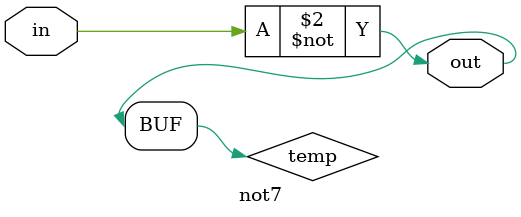
<source format=v>
module not7 (
  input in,
  output wire out
);

    reg temp;
    always @(*) begin
        temp = ~in; // Invert the input
    end
    
    assign out = temp;
    
endmodule
</source>
